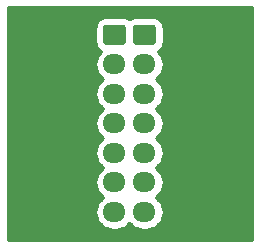
<source format=gbr>
%TF.GenerationSoftware,KiCad,Pcbnew,5.1.9-73d0e3b20d~88~ubuntu20.04.1*%
%TF.CreationDate,2021-06-02T20:16:19+09:00*%
%TF.ProjectId,BAT-JST7-Straight-Con-PCB,4241542d-4a53-4543-972d-537472616967,rev?*%
%TF.SameCoordinates,Original*%
%TF.FileFunction,Copper,L2,Bot*%
%TF.FilePolarity,Positive*%
%FSLAX46Y46*%
G04 Gerber Fmt 4.6, Leading zero omitted, Abs format (unit mm)*
G04 Created by KiCad (PCBNEW 5.1.9-73d0e3b20d~88~ubuntu20.04.1) date 2021-06-02 20:16:19*
%MOMM*%
%LPD*%
G01*
G04 APERTURE LIST*
%TA.AperFunction,ComponentPad*%
%ADD10O,1.950000X1.700000*%
%TD*%
%TA.AperFunction,NonConductor*%
%ADD11C,0.254000*%
%TD*%
%TA.AperFunction,NonConductor*%
%ADD12C,0.100000*%
%TD*%
G04 APERTURE END LIST*
D10*
%TO.P,J2,7*%
%TO.N,Net-(J1-Pad7)*%
X142240000Y-102000000D03*
%TO.P,J2,6*%
%TO.N,Net-(J1-Pad6)*%
X142240000Y-99500000D03*
%TO.P,J2,5*%
%TO.N,Net-(J1-Pad5)*%
X142240000Y-97000000D03*
%TO.P,J2,4*%
%TO.N,Net-(J1-Pad4)*%
X142240000Y-94500000D03*
%TO.P,J2,3*%
%TO.N,Net-(J1-Pad3)*%
X142240000Y-92000000D03*
%TO.P,J2,2*%
%TO.N,Net-(J1-Pad2)*%
X142240000Y-89500000D03*
%TO.P,J2,1*%
%TO.N,Net-(J1-Pad1)*%
%TA.AperFunction,ComponentPad*%
G36*
G01*
X141515000Y-86150000D02*
X142965000Y-86150000D01*
G75*
G02*
X143215000Y-86400000I0J-250000D01*
G01*
X143215000Y-87600000D01*
G75*
G02*
X142965000Y-87850000I-250000J0D01*
G01*
X141515000Y-87850000D01*
G75*
G02*
X141265000Y-87600000I0J250000D01*
G01*
X141265000Y-86400000D01*
G75*
G02*
X141515000Y-86150000I250000J0D01*
G01*
G37*
%TD.AperFunction*%
%TD*%
%TO.P,J1,7*%
%TO.N,Net-(J1-Pad7)*%
X139700000Y-102000000D03*
%TO.P,J1,6*%
%TO.N,Net-(J1-Pad6)*%
X139700000Y-99500000D03*
%TO.P,J1,5*%
%TO.N,Net-(J1-Pad5)*%
X139700000Y-97000000D03*
%TO.P,J1,4*%
%TO.N,Net-(J1-Pad4)*%
X139700000Y-94500000D03*
%TO.P,J1,3*%
%TO.N,Net-(J1-Pad3)*%
X139700000Y-92000000D03*
%TO.P,J1,2*%
%TO.N,Net-(J1-Pad2)*%
X139700000Y-89500000D03*
%TO.P,J1,1*%
%TO.N,Net-(J1-Pad1)*%
%TA.AperFunction,ComponentPad*%
G36*
G01*
X138975000Y-86150000D02*
X140425000Y-86150000D01*
G75*
G02*
X140675000Y-86400000I0J-250000D01*
G01*
X140675000Y-87600000D01*
G75*
G02*
X140425000Y-87850000I-250000J0D01*
G01*
X138975000Y-87850000D01*
G75*
G02*
X138725000Y-87600000I0J250000D01*
G01*
X138725000Y-86400000D01*
G75*
G02*
X138975000Y-86150000I250000J0D01*
G01*
G37*
%TD.AperFunction*%
%TD*%
D11*
X151340001Y-104340000D02*
X130660000Y-104340000D01*
X130660000Y-89500000D01*
X138082815Y-89500000D01*
X138111487Y-89791111D01*
X138196401Y-90071034D01*
X138334294Y-90329014D01*
X138519866Y-90555134D01*
X138745986Y-90740706D01*
X138763374Y-90750000D01*
X138745986Y-90759294D01*
X138519866Y-90944866D01*
X138334294Y-91170986D01*
X138196401Y-91428966D01*
X138111487Y-91708889D01*
X138082815Y-92000000D01*
X138111487Y-92291111D01*
X138196401Y-92571034D01*
X138334294Y-92829014D01*
X138519866Y-93055134D01*
X138745986Y-93240706D01*
X138763374Y-93250000D01*
X138745986Y-93259294D01*
X138519866Y-93444866D01*
X138334294Y-93670986D01*
X138196401Y-93928966D01*
X138111487Y-94208889D01*
X138082815Y-94500000D01*
X138111487Y-94791111D01*
X138196401Y-95071034D01*
X138334294Y-95329014D01*
X138519866Y-95555134D01*
X138745986Y-95740706D01*
X138763374Y-95750000D01*
X138745986Y-95759294D01*
X138519866Y-95944866D01*
X138334294Y-96170986D01*
X138196401Y-96428966D01*
X138111487Y-96708889D01*
X138082815Y-97000000D01*
X138111487Y-97291111D01*
X138196401Y-97571034D01*
X138334294Y-97829014D01*
X138519866Y-98055134D01*
X138745986Y-98240706D01*
X138763374Y-98250000D01*
X138745986Y-98259294D01*
X138519866Y-98444866D01*
X138334294Y-98670986D01*
X138196401Y-98928966D01*
X138111487Y-99208889D01*
X138082815Y-99500000D01*
X138111487Y-99791111D01*
X138196401Y-100071034D01*
X138334294Y-100329014D01*
X138519866Y-100555134D01*
X138745986Y-100740706D01*
X138763374Y-100750000D01*
X138745986Y-100759294D01*
X138519866Y-100944866D01*
X138334294Y-101170986D01*
X138196401Y-101428966D01*
X138111487Y-101708889D01*
X138082815Y-102000000D01*
X138111487Y-102291111D01*
X138196401Y-102571034D01*
X138334294Y-102829014D01*
X138519866Y-103055134D01*
X138745986Y-103240706D01*
X139003966Y-103378599D01*
X139283889Y-103463513D01*
X139502050Y-103485000D01*
X139897950Y-103485000D01*
X140116111Y-103463513D01*
X140396034Y-103378599D01*
X140654014Y-103240706D01*
X140880134Y-103055134D01*
X140970000Y-102945632D01*
X141059866Y-103055134D01*
X141285986Y-103240706D01*
X141543966Y-103378599D01*
X141823889Y-103463513D01*
X142042050Y-103485000D01*
X142437950Y-103485000D01*
X142656111Y-103463513D01*
X142936034Y-103378599D01*
X143194014Y-103240706D01*
X143420134Y-103055134D01*
X143605706Y-102829014D01*
X143743599Y-102571034D01*
X143828513Y-102291111D01*
X143857185Y-102000000D01*
X143828513Y-101708889D01*
X143743599Y-101428966D01*
X143605706Y-101170986D01*
X143420134Y-100944866D01*
X143194014Y-100759294D01*
X143176626Y-100750000D01*
X143194014Y-100740706D01*
X143420134Y-100555134D01*
X143605706Y-100329014D01*
X143743599Y-100071034D01*
X143828513Y-99791111D01*
X143857185Y-99500000D01*
X143828513Y-99208889D01*
X143743599Y-98928966D01*
X143605706Y-98670986D01*
X143420134Y-98444866D01*
X143194014Y-98259294D01*
X143176626Y-98250000D01*
X143194014Y-98240706D01*
X143420134Y-98055134D01*
X143605706Y-97829014D01*
X143743599Y-97571034D01*
X143828513Y-97291111D01*
X143857185Y-97000000D01*
X143828513Y-96708889D01*
X143743599Y-96428966D01*
X143605706Y-96170986D01*
X143420134Y-95944866D01*
X143194014Y-95759294D01*
X143176626Y-95750000D01*
X143194014Y-95740706D01*
X143420134Y-95555134D01*
X143605706Y-95329014D01*
X143743599Y-95071034D01*
X143828513Y-94791111D01*
X143857185Y-94500000D01*
X143828513Y-94208889D01*
X143743599Y-93928966D01*
X143605706Y-93670986D01*
X143420134Y-93444866D01*
X143194014Y-93259294D01*
X143176626Y-93250000D01*
X143194014Y-93240706D01*
X143420134Y-93055134D01*
X143605706Y-92829014D01*
X143743599Y-92571034D01*
X143828513Y-92291111D01*
X143857185Y-92000000D01*
X143828513Y-91708889D01*
X143743599Y-91428966D01*
X143605706Y-91170986D01*
X143420134Y-90944866D01*
X143194014Y-90759294D01*
X143176626Y-90750000D01*
X143194014Y-90740706D01*
X143420134Y-90555134D01*
X143605706Y-90329014D01*
X143743599Y-90071034D01*
X143828513Y-89791111D01*
X143857185Y-89500000D01*
X143828513Y-89208889D01*
X143743599Y-88928966D01*
X143605706Y-88670986D01*
X143420134Y-88444866D01*
X143356663Y-88392777D01*
X143458386Y-88338405D01*
X143592962Y-88227962D01*
X143703405Y-88093386D01*
X143785472Y-87939850D01*
X143836008Y-87773254D01*
X143853072Y-87600000D01*
X143853072Y-86400000D01*
X143836008Y-86226746D01*
X143785472Y-86060150D01*
X143703405Y-85906614D01*
X143592962Y-85772038D01*
X143458386Y-85661595D01*
X143304850Y-85579528D01*
X143138254Y-85528992D01*
X142965000Y-85511928D01*
X141515000Y-85511928D01*
X141341746Y-85528992D01*
X141175150Y-85579528D01*
X141021614Y-85661595D01*
X140970000Y-85703953D01*
X140918386Y-85661595D01*
X140764850Y-85579528D01*
X140598254Y-85528992D01*
X140425000Y-85511928D01*
X138975000Y-85511928D01*
X138801746Y-85528992D01*
X138635150Y-85579528D01*
X138481614Y-85661595D01*
X138347038Y-85772038D01*
X138236595Y-85906614D01*
X138154528Y-86060150D01*
X138103992Y-86226746D01*
X138086928Y-86400000D01*
X138086928Y-87600000D01*
X138103992Y-87773254D01*
X138154528Y-87939850D01*
X138236595Y-88093386D01*
X138347038Y-88227962D01*
X138481614Y-88338405D01*
X138583337Y-88392777D01*
X138519866Y-88444866D01*
X138334294Y-88670986D01*
X138196401Y-88928966D01*
X138111487Y-89208889D01*
X138082815Y-89500000D01*
X130660000Y-89500000D01*
X130660000Y-84660000D01*
X151340000Y-84660000D01*
X151340001Y-104340000D01*
%TA.AperFunction,NonConductor*%
D12*
G36*
X151340001Y-104340000D02*
G01*
X130660000Y-104340000D01*
X130660000Y-89500000D01*
X138082815Y-89500000D01*
X138111487Y-89791111D01*
X138196401Y-90071034D01*
X138334294Y-90329014D01*
X138519866Y-90555134D01*
X138745986Y-90740706D01*
X138763374Y-90750000D01*
X138745986Y-90759294D01*
X138519866Y-90944866D01*
X138334294Y-91170986D01*
X138196401Y-91428966D01*
X138111487Y-91708889D01*
X138082815Y-92000000D01*
X138111487Y-92291111D01*
X138196401Y-92571034D01*
X138334294Y-92829014D01*
X138519866Y-93055134D01*
X138745986Y-93240706D01*
X138763374Y-93250000D01*
X138745986Y-93259294D01*
X138519866Y-93444866D01*
X138334294Y-93670986D01*
X138196401Y-93928966D01*
X138111487Y-94208889D01*
X138082815Y-94500000D01*
X138111487Y-94791111D01*
X138196401Y-95071034D01*
X138334294Y-95329014D01*
X138519866Y-95555134D01*
X138745986Y-95740706D01*
X138763374Y-95750000D01*
X138745986Y-95759294D01*
X138519866Y-95944866D01*
X138334294Y-96170986D01*
X138196401Y-96428966D01*
X138111487Y-96708889D01*
X138082815Y-97000000D01*
X138111487Y-97291111D01*
X138196401Y-97571034D01*
X138334294Y-97829014D01*
X138519866Y-98055134D01*
X138745986Y-98240706D01*
X138763374Y-98250000D01*
X138745986Y-98259294D01*
X138519866Y-98444866D01*
X138334294Y-98670986D01*
X138196401Y-98928966D01*
X138111487Y-99208889D01*
X138082815Y-99500000D01*
X138111487Y-99791111D01*
X138196401Y-100071034D01*
X138334294Y-100329014D01*
X138519866Y-100555134D01*
X138745986Y-100740706D01*
X138763374Y-100750000D01*
X138745986Y-100759294D01*
X138519866Y-100944866D01*
X138334294Y-101170986D01*
X138196401Y-101428966D01*
X138111487Y-101708889D01*
X138082815Y-102000000D01*
X138111487Y-102291111D01*
X138196401Y-102571034D01*
X138334294Y-102829014D01*
X138519866Y-103055134D01*
X138745986Y-103240706D01*
X139003966Y-103378599D01*
X139283889Y-103463513D01*
X139502050Y-103485000D01*
X139897950Y-103485000D01*
X140116111Y-103463513D01*
X140396034Y-103378599D01*
X140654014Y-103240706D01*
X140880134Y-103055134D01*
X140970000Y-102945632D01*
X141059866Y-103055134D01*
X141285986Y-103240706D01*
X141543966Y-103378599D01*
X141823889Y-103463513D01*
X142042050Y-103485000D01*
X142437950Y-103485000D01*
X142656111Y-103463513D01*
X142936034Y-103378599D01*
X143194014Y-103240706D01*
X143420134Y-103055134D01*
X143605706Y-102829014D01*
X143743599Y-102571034D01*
X143828513Y-102291111D01*
X143857185Y-102000000D01*
X143828513Y-101708889D01*
X143743599Y-101428966D01*
X143605706Y-101170986D01*
X143420134Y-100944866D01*
X143194014Y-100759294D01*
X143176626Y-100750000D01*
X143194014Y-100740706D01*
X143420134Y-100555134D01*
X143605706Y-100329014D01*
X143743599Y-100071034D01*
X143828513Y-99791111D01*
X143857185Y-99500000D01*
X143828513Y-99208889D01*
X143743599Y-98928966D01*
X143605706Y-98670986D01*
X143420134Y-98444866D01*
X143194014Y-98259294D01*
X143176626Y-98250000D01*
X143194014Y-98240706D01*
X143420134Y-98055134D01*
X143605706Y-97829014D01*
X143743599Y-97571034D01*
X143828513Y-97291111D01*
X143857185Y-97000000D01*
X143828513Y-96708889D01*
X143743599Y-96428966D01*
X143605706Y-96170986D01*
X143420134Y-95944866D01*
X143194014Y-95759294D01*
X143176626Y-95750000D01*
X143194014Y-95740706D01*
X143420134Y-95555134D01*
X143605706Y-95329014D01*
X143743599Y-95071034D01*
X143828513Y-94791111D01*
X143857185Y-94500000D01*
X143828513Y-94208889D01*
X143743599Y-93928966D01*
X143605706Y-93670986D01*
X143420134Y-93444866D01*
X143194014Y-93259294D01*
X143176626Y-93250000D01*
X143194014Y-93240706D01*
X143420134Y-93055134D01*
X143605706Y-92829014D01*
X143743599Y-92571034D01*
X143828513Y-92291111D01*
X143857185Y-92000000D01*
X143828513Y-91708889D01*
X143743599Y-91428966D01*
X143605706Y-91170986D01*
X143420134Y-90944866D01*
X143194014Y-90759294D01*
X143176626Y-90750000D01*
X143194014Y-90740706D01*
X143420134Y-90555134D01*
X143605706Y-90329014D01*
X143743599Y-90071034D01*
X143828513Y-89791111D01*
X143857185Y-89500000D01*
X143828513Y-89208889D01*
X143743599Y-88928966D01*
X143605706Y-88670986D01*
X143420134Y-88444866D01*
X143356663Y-88392777D01*
X143458386Y-88338405D01*
X143592962Y-88227962D01*
X143703405Y-88093386D01*
X143785472Y-87939850D01*
X143836008Y-87773254D01*
X143853072Y-87600000D01*
X143853072Y-86400000D01*
X143836008Y-86226746D01*
X143785472Y-86060150D01*
X143703405Y-85906614D01*
X143592962Y-85772038D01*
X143458386Y-85661595D01*
X143304850Y-85579528D01*
X143138254Y-85528992D01*
X142965000Y-85511928D01*
X141515000Y-85511928D01*
X141341746Y-85528992D01*
X141175150Y-85579528D01*
X141021614Y-85661595D01*
X140970000Y-85703953D01*
X140918386Y-85661595D01*
X140764850Y-85579528D01*
X140598254Y-85528992D01*
X140425000Y-85511928D01*
X138975000Y-85511928D01*
X138801746Y-85528992D01*
X138635150Y-85579528D01*
X138481614Y-85661595D01*
X138347038Y-85772038D01*
X138236595Y-85906614D01*
X138154528Y-86060150D01*
X138103992Y-86226746D01*
X138086928Y-86400000D01*
X138086928Y-87600000D01*
X138103992Y-87773254D01*
X138154528Y-87939850D01*
X138236595Y-88093386D01*
X138347038Y-88227962D01*
X138481614Y-88338405D01*
X138583337Y-88392777D01*
X138519866Y-88444866D01*
X138334294Y-88670986D01*
X138196401Y-88928966D01*
X138111487Y-89208889D01*
X138082815Y-89500000D01*
X130660000Y-89500000D01*
X130660000Y-84660000D01*
X151340000Y-84660000D01*
X151340001Y-104340000D01*
G37*
%TD.AperFunction*%
M02*

</source>
